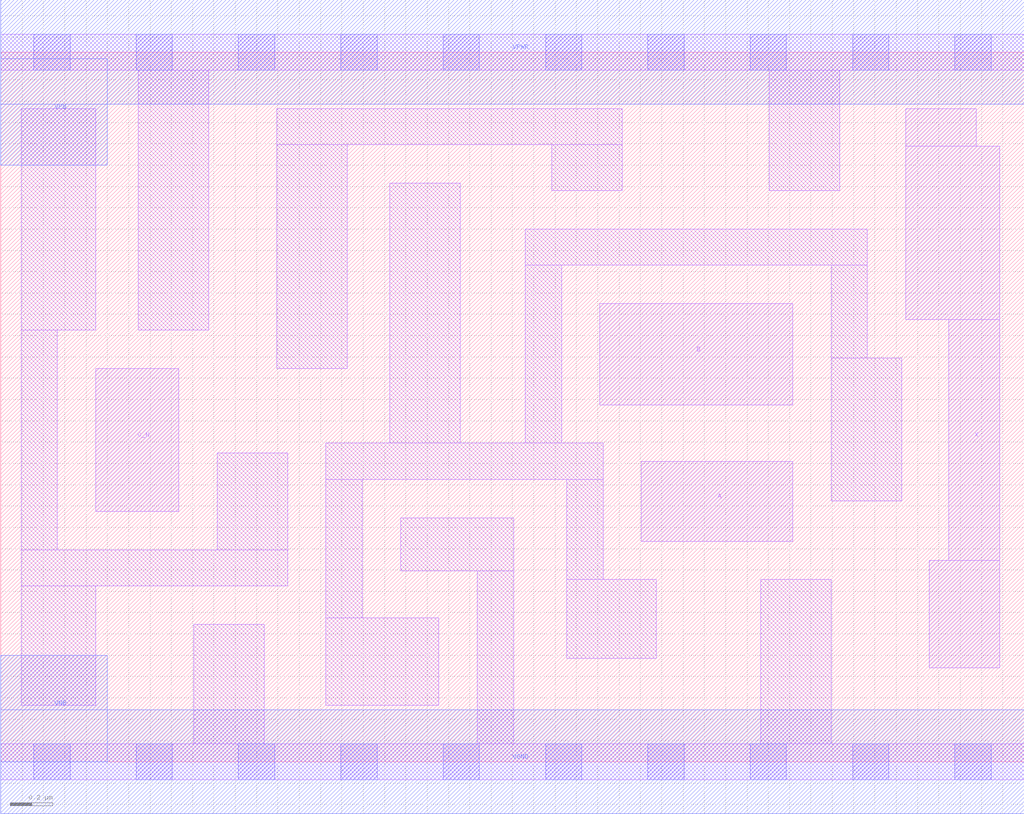
<source format=lef>
# Copyright 2020 The SkyWater PDK Authors
#
# Licensed under the Apache License, Version 2.0 (the "License");
# you may not use this file except in compliance with the License.
# You may obtain a copy of the License at
#
#     https://www.apache.org/licenses/LICENSE-2.0
#
# Unless required by applicable law or agreed to in writing, software
# distributed under the License is distributed on an "AS IS" BASIS,
# WITHOUT WARRANTIES OR CONDITIONS OF ANY KIND, either express or implied.
# See the License for the specific language governing permissions and
# limitations under the License.
#
# SPDX-License-Identifier: Apache-2.0

VERSION 5.5 ;
NAMESCASESENSITIVE ON ;
BUSBITCHARS "[]" ;
DIVIDERCHAR "/" ;
MACRO sky130_fd_sc_lp__or3b_lp
  CLASS CORE ;
  SOURCE USER ;
  ORIGIN  0.000000  0.000000 ;
  SIZE  4.800000 BY  3.330000 ;
  SYMMETRY X Y R90 ;
  SITE unit ;
  PIN A
    ANTENNAGATEAREA  0.376000 ;
    DIRECTION INPUT ;
    USE SIGNAL ;
    PORT
      LAYER li1 ;
        RECT 3.005000 1.035000 3.715000 1.410000 ;
    END
  END A
  PIN B
    ANTENNAGATEAREA  0.376000 ;
    DIRECTION INPUT ;
    USE SIGNAL ;
    PORT
      LAYER li1 ;
        RECT 2.810000 1.675000 3.715000 2.150000 ;
    END
  END B
  PIN C_N
    ANTENNAGATEAREA  0.376000 ;
    DIRECTION INPUT ;
    USE SIGNAL ;
    PORT
      LAYER li1 ;
        RECT 0.445000 1.175000 0.835000 1.845000 ;
    END
  END C_N
  PIN X
    ANTENNADIFFAREA  0.404700 ;
    DIRECTION OUTPUT ;
    USE SIGNAL ;
    PORT
      LAYER li1 ;
        RECT 4.245000 2.075000 4.685000 2.890000 ;
        RECT 4.245000 2.890000 4.575000 3.065000 ;
        RECT 4.355000 0.440000 4.685000 0.945000 ;
        RECT 4.445000 0.945000 4.685000 2.075000 ;
    END
  END X
  PIN VGND
    DIRECTION INOUT ;
    USE GROUND ;
    PORT
      LAYER met1 ;
        RECT 0.000000 -0.245000 4.800000 0.245000 ;
    END
  END VGND
  PIN VNB
    DIRECTION INOUT ;
    USE GROUND ;
    PORT
      LAYER met1 ;
        RECT 0.000000 0.000000 0.500000 0.500000 ;
    END
  END VNB
  PIN VPB
    DIRECTION INOUT ;
    USE POWER ;
    PORT
      LAYER met1 ;
        RECT 0.000000 2.800000 0.500000 3.300000 ;
    END
  END VPB
  PIN VPWR
    DIRECTION INOUT ;
    USE POWER ;
    PORT
      LAYER met1 ;
        RECT 0.000000 3.085000 4.800000 3.575000 ;
    END
  END VPWR
  OBS
    LAYER li1 ;
      RECT 0.000000 -0.085000 4.800000 0.085000 ;
      RECT 0.000000  3.245000 4.800000 3.415000 ;
      RECT 0.095000  0.265000 0.445000 0.825000 ;
      RECT 0.095000  0.825000 1.345000 0.995000 ;
      RECT 0.095000  0.995000 0.265000 2.025000 ;
      RECT 0.095000  2.025000 0.445000 3.065000 ;
      RECT 0.645000  2.025000 0.975000 3.245000 ;
      RECT 0.905000  0.085000 1.235000 0.645000 ;
      RECT 1.015000  0.995000 1.345000 1.450000 ;
      RECT 1.295000  1.845000 1.625000 2.895000 ;
      RECT 1.295000  2.895000 2.915000 3.065000 ;
      RECT 1.525000  0.265000 2.055000 0.675000 ;
      RECT 1.525000  0.675000 1.695000 1.325000 ;
      RECT 1.525000  1.325000 2.825000 1.495000 ;
      RECT 1.825000  1.495000 2.155000 2.715000 ;
      RECT 1.875000  0.895000 2.405000 1.145000 ;
      RECT 2.235000  0.085000 2.405000 0.895000 ;
      RECT 2.460000  1.495000 2.630000 2.330000 ;
      RECT 2.460000  2.330000 4.065000 2.500000 ;
      RECT 2.585000  2.680000 2.915000 2.895000 ;
      RECT 2.655000  0.485000 3.075000 0.855000 ;
      RECT 2.655000  0.855000 2.825000 1.325000 ;
      RECT 3.565000  0.085000 3.895000 0.855000 ;
      RECT 3.605000  2.680000 3.935000 3.245000 ;
      RECT 3.895000  1.225000 4.225000 1.895000 ;
      RECT 3.895000  1.895000 4.065000 2.330000 ;
    LAYER mcon ;
      RECT 0.155000 -0.085000 0.325000 0.085000 ;
      RECT 0.155000  3.245000 0.325000 3.415000 ;
      RECT 0.635000 -0.085000 0.805000 0.085000 ;
      RECT 0.635000  3.245000 0.805000 3.415000 ;
      RECT 1.115000 -0.085000 1.285000 0.085000 ;
      RECT 1.115000  3.245000 1.285000 3.415000 ;
      RECT 1.595000 -0.085000 1.765000 0.085000 ;
      RECT 1.595000  3.245000 1.765000 3.415000 ;
      RECT 2.075000 -0.085000 2.245000 0.085000 ;
      RECT 2.075000  3.245000 2.245000 3.415000 ;
      RECT 2.555000 -0.085000 2.725000 0.085000 ;
      RECT 2.555000  3.245000 2.725000 3.415000 ;
      RECT 3.035000 -0.085000 3.205000 0.085000 ;
      RECT 3.035000  3.245000 3.205000 3.415000 ;
      RECT 3.515000 -0.085000 3.685000 0.085000 ;
      RECT 3.515000  3.245000 3.685000 3.415000 ;
      RECT 3.995000 -0.085000 4.165000 0.085000 ;
      RECT 3.995000  3.245000 4.165000 3.415000 ;
      RECT 4.475000 -0.085000 4.645000 0.085000 ;
      RECT 4.475000  3.245000 4.645000 3.415000 ;
  END
END sky130_fd_sc_lp__or3b_lp

</source>
